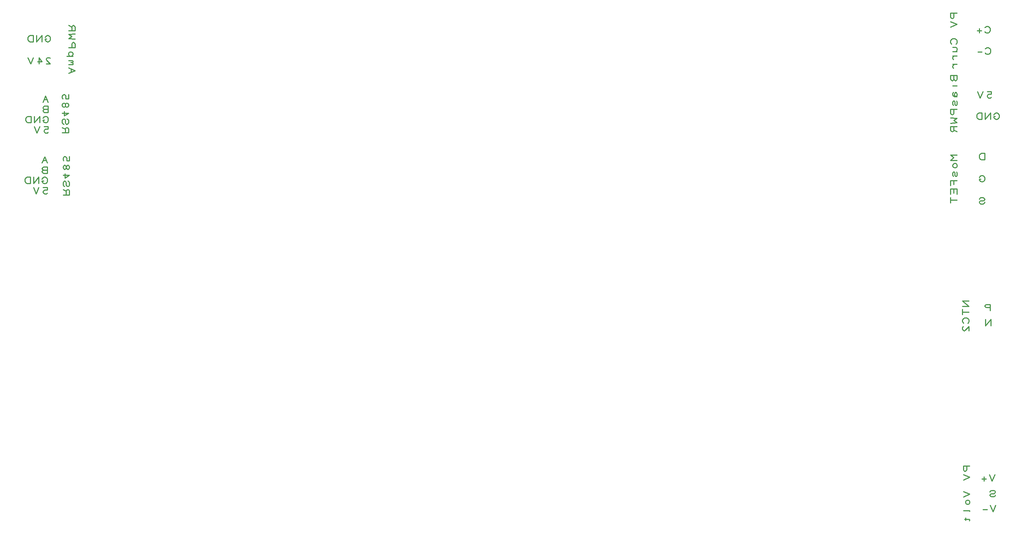
<source format=gbr>
G04 DesignSpark PCB Gerber Version 11.0 Build 5877*
G04 #@! TF.Part,Single*
G04 #@! TF.FileFunction,Legend,Bot*
G04 #@! TF.FilePolarity,Positive*
%FSLAX35Y35*%
%MOIN*%
%ADD88C,0.01000*%
G04 #@! TD.AperFunction*
X0Y0D02*
D02*
D88*
X29313Y380073D02*
X26852Y385978D01*
X24392Y380073D01*
X28329Y382533D02*
X25376D01*
X25868Y373577D02*
X24884Y373085D01*
X24392Y372100D01*
X24884Y371116D01*
X25868Y370624D01*
X29313D01*
Y376530D01*
X25868D01*
X24884Y376037D01*
X24392Y375053D01*
X24884Y374069D01*
X25868Y373577D01*
X29313D01*
X25868Y363636D02*
X24392D01*
Y363144D01*
X24884Y362159D01*
X25376Y361667D01*
X26360Y361175D01*
X27344D01*
X28329Y361667D01*
X28821Y362159D01*
X29313Y363144D01*
Y365112D01*
X28821Y366096D01*
X28329Y366589D01*
X27344Y367081D01*
X26360D01*
X25376Y366589D01*
X24884Y366096D01*
X24392Y365112D01*
X21439Y361175D02*
Y367081D01*
X16518Y361175D01*
Y367081D01*
X13565Y361175D02*
Y367081D01*
X10612D01*
X9628Y366589D01*
X9136Y366096D01*
X8644Y365112D01*
Y363144D01*
X9136Y362159D01*
X9628Y361667D01*
X10612Y361175D01*
X13565D01*
X29313Y352219D02*
X28329Y351726D01*
X26852D01*
X25868Y352219D01*
X25376Y353203D01*
Y353695D01*
X25868Y354679D01*
X26852Y355171D01*
X29313D01*
Y357632D01*
X25376D01*
X21439D02*
X18978Y351726D01*
X16518Y357632D01*
X30100Y436372D02*
X27640Y442278D01*
X25179Y436372D01*
X29116Y438833D02*
X26163D01*
X26656Y429876D02*
X25671Y429384D01*
X25179Y428400D01*
X25671Y427415D01*
X26656Y426923D01*
X30100D01*
Y432829D01*
X26656D01*
X25671Y432337D01*
X25179Y431352D01*
X25671Y430368D01*
X26656Y429876D01*
X30100D01*
X26656Y419935D02*
X25179D01*
Y419443D01*
X25671Y418459D01*
X26163Y417967D01*
X27148Y417474D01*
X28132D01*
X29116Y417967D01*
X29608Y418459D01*
X30100Y419443D01*
Y421411D01*
X29608Y422396D01*
X29116Y422888D01*
X28132Y423380D01*
X27148D01*
X26163Y422888D01*
X25671Y422396D01*
X25179Y421411D01*
X22226Y417474D02*
Y423380D01*
X17305Y417474D01*
Y423380D01*
X14352Y417474D02*
Y423380D01*
X11400D01*
X10415Y422888D01*
X9923Y422396D01*
X9431Y421411D01*
Y419443D01*
X9923Y418459D01*
X10415Y417967D01*
X11400Y417474D01*
X14352D01*
X30100Y408518D02*
X29116Y408026D01*
X27640D01*
X26656Y408518D01*
X26163Y409502D01*
Y409994D01*
X26656Y410978D01*
X27640Y411470D01*
X30100D01*
Y413931D01*
X26163D01*
X22226D02*
X19766Y408026D01*
X17305Y413931D01*
X28132Y471805D02*
X32069D01*
X28624Y475250D01*
X28132Y476234D01*
X28624Y477219D01*
X29608Y477711D01*
X31085D01*
X32069Y477219D01*
X21734Y471805D02*
Y477711D01*
X24195Y473774D01*
X20258D01*
X16321Y477711D02*
X13860Y471805D01*
X11400Y477711D01*
X28624Y494738D02*
X27148D01*
Y494246D01*
X27640Y493262D01*
X28132Y492770D01*
X29116Y492278D01*
X30100D01*
X31085Y492770D01*
X31577Y493262D01*
X32069Y494246D01*
Y496215D01*
X31577Y497199D01*
X31085Y497691D01*
X30100Y498183D01*
X29116D01*
X28132Y497691D01*
X27640Y497199D01*
X27148Y496215D01*
X24195Y492278D02*
Y498183D01*
X19274Y492278D01*
Y498183D01*
X16321Y492278D02*
Y498183D01*
X13368D01*
X12384Y497691D01*
X11892Y497199D01*
X11400Y496215D01*
Y494246D01*
X11892Y493262D01*
X12384Y492770D01*
X13368Y492278D01*
X16321D01*
X42994Y408124D02*
X48900D01*
Y411569D01*
X48407Y412553D01*
X47423Y413045D01*
X46439Y412553D01*
X45947Y411569D01*
Y408124D01*
Y411569D02*
X42994Y413045D01*
X44470Y415998D02*
X43486Y416490D01*
X42994Y417474D01*
Y419443D01*
X43486Y420427D01*
X44470Y420919D01*
X45455Y420427D01*
X45947Y419443D01*
Y417474D01*
X46439Y416490D01*
X47423Y415998D01*
X48407Y416490D01*
X48900Y417474D01*
Y419443D01*
X48407Y420427D01*
X47423Y420919D01*
X42994Y426333D02*
X48900D01*
X44963Y423872D01*
Y427809D01*
X45947Y433222D02*
Y434207D01*
X46439Y435191D01*
X47423Y435683D01*
X48407Y435191D01*
X48900Y434207D01*
Y433222D01*
X48407Y432238D01*
X47423Y431746D01*
X46439Y432238D01*
X45947Y433222D01*
X45455Y432238D01*
X44470Y431746D01*
X43486Y432238D01*
X42994Y433222D01*
Y434207D01*
X43486Y435191D01*
X44470Y435683D01*
X45455Y435191D01*
X45947Y434207D01*
X43486Y439620D02*
X42994Y440604D01*
Y442081D01*
X43486Y443065D01*
X44470Y443557D01*
X44963D01*
X45947Y443065D01*
X46439Y442081D01*
Y439620D01*
X48900D01*
Y443557D01*
X43781Y350644D02*
X49687D01*
Y354089D01*
X49195Y355073D01*
X48211Y355565D01*
X47226Y355073D01*
X46734Y354089D01*
Y350644D01*
Y354089D02*
X43781Y355565D01*
X45258Y358518D02*
X44274Y359010D01*
X43781Y359994D01*
Y361963D01*
X44274Y362947D01*
X45258Y363439D01*
X46242Y362947D01*
X46734Y361963D01*
Y359994D01*
X47226Y359010D01*
X48211Y358518D01*
X49195Y359010D01*
X49687Y359994D01*
Y361963D01*
X49195Y362947D01*
X48211Y363439D01*
X43781Y368852D02*
X49687D01*
X45750Y366392D01*
Y370329D01*
X46734Y375742D02*
Y376726D01*
X47226Y377711D01*
X48211Y378203D01*
X49195Y377711D01*
X49687Y376726D01*
Y375742D01*
X49195Y374758D01*
X48211Y374266D01*
X47226Y374758D01*
X46734Y375742D01*
X46242Y374758D01*
X45258Y374266D01*
X44274Y374758D01*
X43781Y375742D01*
Y376726D01*
X44274Y377711D01*
X45258Y378203D01*
X46242Y377711D01*
X46734Y376726D01*
X44274Y382140D02*
X43781Y383124D01*
Y384600D01*
X44274Y385585D01*
X45258Y386077D01*
X45750D01*
X46734Y385585D01*
X47226Y384600D01*
Y382140D01*
X49687D01*
Y386077D01*
X48900Y463242D02*
X54805Y465703D01*
X48900Y468163D01*
X51360Y464226D02*
Y467179D01*
X48900Y471116D02*
X52837D01*
X52344D02*
X52837Y471608D01*
Y472593D01*
X52344Y473085D01*
X50868D01*
X52344D02*
X52837Y473577D01*
Y474561D01*
X52344Y475053D01*
X48900D01*
X52837Y478990D02*
X47423D01*
X50376D02*
X49392Y479482D01*
X48900Y480467D01*
Y481451D01*
X49392Y482435D01*
X50376Y482927D01*
X51360D01*
X52344Y482435D01*
X52837Y481451D01*
Y480467D01*
X52344Y479482D01*
X51360Y478990D01*
X50376D01*
X48900Y486864D02*
X54805D01*
Y490309D01*
X54313Y491293D01*
X53329Y491785D01*
X52344Y491293D01*
X51852Y490309D01*
Y486864D01*
X54805Y494738D02*
X48900Y495230D01*
X51852Y497199D01*
X48900Y499167D01*
X54805Y499659D01*
X48900Y502612D02*
X54805D01*
Y506057D01*
X54313Y507041D01*
X53329Y507533D01*
X52344Y507041D01*
X51852Y506057D01*
Y502612D01*
Y506057D02*
X48900Y507533D01*
X869963Y387652D02*
X864057D01*
X867010Y385191D01*
X864057Y382730D01*
X869963D01*
X868486Y379778D02*
X869470Y379285D01*
X869963Y378301D01*
Y377317D01*
X869470Y376333D01*
X868486Y375841D01*
X867502D01*
X866518Y376333D01*
X866026Y377317D01*
Y378301D01*
X866518Y379285D01*
X867502Y379778D01*
X868486D01*
X869470Y371904D02*
X869963Y370919D01*
Y368951D01*
X869470Y367967D01*
X868486D01*
X867994Y368951D01*
Y370919D01*
X867502Y371904D01*
X866518D01*
X866026Y370919D01*
Y368951D01*
X866518Y367967D01*
X869963Y364030D02*
X864057D01*
Y359108D01*
X867010Y360093D02*
Y364030D01*
X869963Y356156D02*
X864057D01*
Y351234D01*
X867010Y352219D02*
Y356156D01*
X869963D02*
Y351234D01*
Y345821D02*
X864057D01*
Y348281D02*
Y343360D01*
X867010Y457829D02*
X867502Y456844D01*
X868486Y456352D01*
X869470Y456844D01*
X869963Y457829D01*
Y461274D01*
X864057D01*
Y457829D01*
X864549Y456844D01*
X865533Y456352D01*
X866518Y456844D01*
X867010Y457829D01*
Y461274D01*
X869963Y451431D02*
X866026D01*
X864549D02*
X866518Y445526D02*
X866026Y444541D01*
Y443065D01*
X866518Y442081D01*
X867502Y441589D01*
X868978D01*
X869470Y442081D01*
X869963Y443065D01*
Y444049D01*
X869470Y445033D01*
X868978Y445526D01*
X868486D01*
X867994Y445033D01*
X867502Y444049D01*
Y443065D01*
X867994Y442081D01*
X868486Y441589D01*
X868978D02*
X869963D01*
X869470Y437652D02*
X869963Y436667D01*
Y434699D01*
X869470Y433715D01*
X868486D01*
X867994Y434699D01*
Y436667D01*
X867502Y437652D01*
X866518D01*
X866026Y436667D01*
Y434699D01*
X866518Y433715D01*
X869963Y429778D02*
X864057D01*
Y426333D01*
X864549Y425348D01*
X865533Y424856D01*
X866518Y425348D01*
X867010Y426333D01*
Y429778D01*
X864057Y421904D02*
X869963Y421411D01*
X867010Y419443D01*
X869963Y417474D01*
X864057Y416982D01*
X869963Y414030D02*
X864057D01*
Y410585D01*
X864549Y409600D01*
X865533Y409108D01*
X866518Y409600D01*
X867010Y410585D01*
Y414030D01*
Y410585D02*
X869963Y409108D01*
Y518754D02*
X864057D01*
Y515309D01*
X864549Y514325D01*
X865533Y513833D01*
X866518Y514325D01*
X867010Y515309D01*
Y518754D01*
X864057Y510880D02*
X869963Y508419D01*
X864057Y505959D01*
X868978Y490211D02*
X869470Y490703D01*
X869963Y491687D01*
Y493163D01*
X869470Y494148D01*
X868978Y494640D01*
X867994Y495132D01*
X866026D01*
X865041Y494640D01*
X864549Y494148D01*
X864057Y493163D01*
Y491687D01*
X864549Y490703D01*
X865041Y490211D01*
X866026Y487258D02*
X868486D01*
X869470Y486766D01*
X869963Y485781D01*
Y484797D01*
X869470Y483813D01*
X868486Y483321D01*
X866026D02*
X869963D01*
Y479384D02*
X866026D01*
X867502D02*
X866518Y478892D01*
X866026Y477907D01*
Y476923D01*
X866518Y475939D01*
X869963Y471510D02*
X866026D01*
X867502D02*
X866518Y471018D01*
X866026Y470033D01*
Y469049D01*
X866518Y468065D01*
X880986Y252612D02*
X875081D01*
X880986Y247691D01*
X875081D01*
X880986Y242278D02*
X875081D01*
Y244738D02*
Y239817D01*
X880002Y231943D02*
X880494Y232435D01*
X880986Y233419D01*
Y234896D01*
X880494Y235880D01*
X880002Y236372D01*
X879018Y236864D01*
X877049D01*
X876065Y236372D01*
X875573Y235880D01*
X875081Y234896D01*
Y233419D01*
X875573Y232435D01*
X876065Y231943D01*
X880986Y225053D02*
Y228990D01*
X877541Y225545D01*
X876557Y225053D01*
X875573Y225545D01*
X875081Y226530D01*
Y228006D01*
X875573Y228990D01*
X881774Y99856D02*
X875868D01*
Y96411D01*
X876360Y95427D01*
X877344Y94935D01*
X878329Y95427D01*
X878821Y96411D01*
Y99856D01*
X875868Y91982D02*
X881774Y89522D01*
X875868Y87061D01*
Y76234D02*
X881774Y73774D01*
X875868Y71313D01*
X880297Y68360D02*
X881281Y67868D01*
X881774Y66884D01*
Y65900D01*
X881281Y64915D01*
X880297Y64423D01*
X879313D01*
X878329Y64915D01*
X877837Y65900D01*
Y66884D01*
X878329Y67868D01*
X879313Y68360D01*
X880297D01*
X881774Y58026D02*
Y58518D01*
X875868D01*
X877837Y51792D02*
Y49495D01*
X876852Y50644D02*
X881281D01*
X881774Y50152D01*
Y49659D01*
X881281Y49167D01*
X895455Y343754D02*
X894963Y342770D01*
X893978Y342278D01*
X892010D01*
X891026Y342770D01*
X890533Y343754D01*
X891026Y344738D01*
X892010Y345230D01*
X893978D01*
X894963Y345722D01*
X895455Y346707D01*
X894963Y347691D01*
X893978Y348183D01*
X892010D01*
X891026Y347691D01*
X890533Y346707D01*
X892010Y365211D02*
X890533D01*
Y364719D01*
X891026Y363734D01*
X891518Y363242D01*
X892502Y362750D01*
X893486D01*
X894470Y363242D01*
X894963Y363734D01*
X895455Y364719D01*
Y366687D01*
X894963Y367671D01*
X894470Y368163D01*
X893486Y368656D01*
X892502D01*
X891518Y368163D01*
X891026Y367671D01*
X890533Y366687D01*
X895455Y383222D02*
Y389128D01*
X892502D01*
X891518Y388636D01*
X891026Y388144D01*
X890533Y387159D01*
Y385191D01*
X891026Y384207D01*
X891518Y383715D01*
X892502Y383222D01*
X895455D01*
X900573Y243459D02*
Y249364D01*
X897128D01*
X896144Y248872D01*
X895652Y247888D01*
X896144Y246904D01*
X897128Y246411D01*
X900573D01*
X895652Y501530D02*
X896144Y501037D01*
X897128Y500545D01*
X898604D01*
X899589Y501037D01*
X900081Y501530D01*
X900573Y502514D01*
Y504482D01*
X900081Y505467D01*
X899589Y505959D01*
X898604Y506451D01*
X897128D01*
X896144Y505959D01*
X895652Y505467D01*
X892699Y502514D02*
X888762D01*
X890730Y500545D02*
Y504482D01*
X896045Y481844D02*
X896537Y481352D01*
X897522Y480860D01*
X898998D01*
X899982Y481352D01*
X900474Y481844D01*
X900967Y482829D01*
Y484797D01*
X900474Y485781D01*
X899982Y486274D01*
X898998Y486766D01*
X897522D01*
X896537Y486274D01*
X896045Y485781D01*
X893093Y482829D02*
X889156D01*
X901360Y229679D02*
Y235585D01*
X896439Y229679D01*
Y235585D01*
X901754Y440801D02*
X900770Y440309D01*
X899293D01*
X898309Y440801D01*
X897817Y441785D01*
Y442278D01*
X898309Y443262D01*
X899293Y443754D01*
X901754D01*
Y446215D01*
X897817D01*
X893880D02*
X891419Y440309D01*
X888959Y446215D01*
X904904Y91884D02*
X902443Y85978D01*
X899982Y91884D01*
X897030Y87947D02*
X893093D01*
X895061Y85978D02*
Y89915D01*
X905297Y72888D02*
X904805Y71904D01*
X903821Y71411D01*
X901852D01*
X900868Y71904D01*
X900376Y72888D01*
X900868Y73872D01*
X901852Y74364D01*
X903821D01*
X904805Y74856D01*
X905297Y75841D01*
X904805Y76825D01*
X903821Y77317D01*
X901852D01*
X900868Y76825D01*
X900376Y75841D01*
X905691Y63537D02*
X903230Y57632D01*
X900770Y63537D01*
X897817Y59600D02*
X893880D01*
X905396Y423085D02*
X903919D01*
Y422593D01*
X904411Y421608D01*
X904904Y421116D01*
X905888Y420624D01*
X906872D01*
X907856Y421116D01*
X908348Y421608D01*
X908841Y422593D01*
Y424561D01*
X908348Y425545D01*
X907856Y426037D01*
X906872Y426530D01*
X905888D01*
X904904Y426037D01*
X904411Y425545D01*
X903919Y424561D01*
X900967Y420624D02*
Y426530D01*
X896045Y420624D01*
Y426530D01*
X893093Y420624D02*
Y426530D01*
X890140D01*
X889156Y426037D01*
X888663Y425545D01*
X888171Y424561D01*
Y422593D01*
X888663Y421608D01*
X889156Y421116D01*
X890140Y420624D01*
X893093D01*
X0Y0D02*
M02*

</source>
